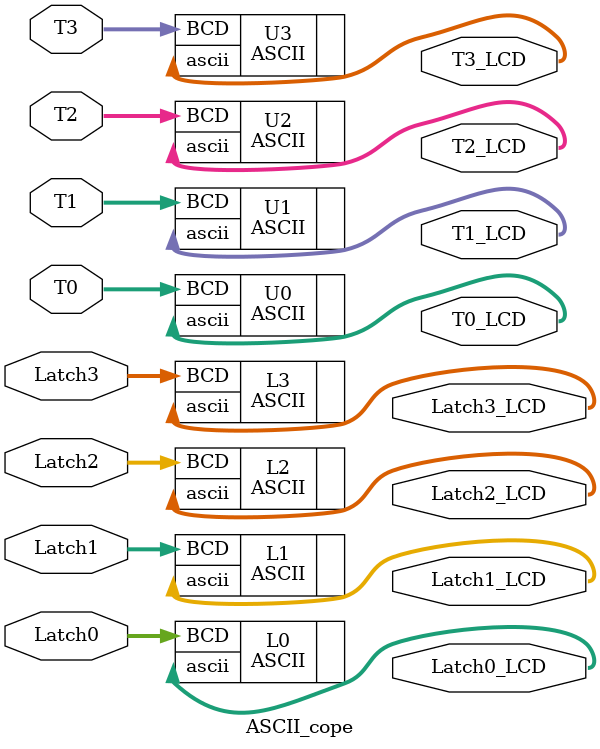
<source format=v>
module ASCII_cope(T0_LCD, T1_LCD, T2_LCD, T3_LCD, Latch0_LCD, Latch1_LCD, Latch2_LCD, Latch3_LCD, T0, T1, T2, T3, Latch0, Latch1, Latch2, Latch3);

output 	[8:0]	T0_LCD, T1_LCD, T2_LCD, T3_LCD, Latch0_LCD, Latch1_LCD, Latch2_LCD, Latch3_LCD;
input 	[3:0]	T0, T1, T2, T3, Latch0, Latch1, Latch2, Latch3;

ASCII U0(.ascii(T0_LCD), .BCD(T0));
ASCII U1(.ascii(T1_LCD), .BCD(T1));
ASCII U2(.ascii(T2_LCD), .BCD(T2));
ASCII U3(.ascii(T3_LCD), .BCD(T3));
ASCII L0(.ascii(Latch0_LCD), .BCD(Latch0));
ASCII L1(.ascii(Latch1_LCD), .BCD(Latch1));
ASCII L2(.ascii(Latch2_LCD), .BCD(Latch2));
ASCII L3(.ascii(Latch3_LCD), .BCD(Latch3));

endmodule
</source>
